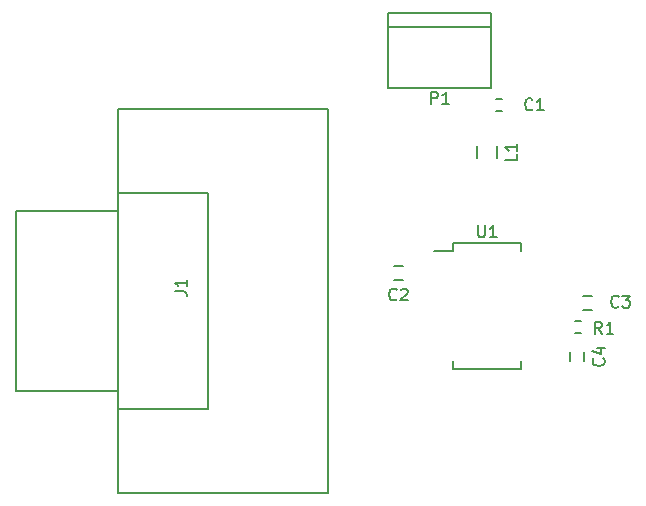
<source format=gto>
G04 #@! TF.FileFunction,Legend,Top*
%FSLAX46Y46*%
G04 Gerber Fmt 4.6, Leading zero omitted, Abs format (unit mm)*
G04 Created by KiCad (PCBNEW 4.0.2-stable) date Wed 04 May 2016 02:46:17 PM EDT*
%MOMM*%
G01*
G04 APERTURE LIST*
%ADD10C,0.100000*%
%ADD11C,0.150000*%
G04 APERTURE END LIST*
D10*
D11*
X162250000Y-77525000D02*
X161750000Y-77525000D01*
X161750000Y-78475000D02*
X162250000Y-78475000D01*
X153850000Y-92800000D02*
X153150000Y-92800000D01*
X153150000Y-91600000D02*
X153850000Y-91600000D01*
X169850000Y-95400000D02*
X169150000Y-95400000D01*
X169150000Y-94200000D02*
X169850000Y-94200000D01*
X169200000Y-98950000D02*
X169200000Y-99650000D01*
X168000000Y-99650000D02*
X168000000Y-98950000D01*
X147556000Y-110859000D02*
X147556000Y-78347000D01*
X147556000Y-78347000D02*
X129776000Y-78347000D01*
X129776000Y-78347000D02*
X129776000Y-110859000D01*
X129776000Y-110859000D02*
X147556000Y-110859000D01*
X129776000Y-103747000D02*
X137396000Y-103747000D01*
X137396000Y-103747000D02*
X137396000Y-85459000D01*
X137396000Y-85459000D02*
X129776000Y-85459000D01*
X129776000Y-102223000D02*
X121140000Y-102223000D01*
X121140000Y-102223000D02*
X121140000Y-86983000D01*
X121140000Y-86983000D02*
X129776000Y-86983000D01*
X161850000Y-82500000D02*
X161850000Y-81500000D01*
X160150000Y-81500000D02*
X160150000Y-82500000D01*
X161350900Y-70182540D02*
X152650900Y-70182540D01*
X161350900Y-76587540D02*
X152650900Y-76587540D01*
X152650900Y-76587540D02*
X152650900Y-70182540D01*
X152650900Y-71412540D02*
X161350900Y-71412540D01*
X161350900Y-70182540D02*
X161350900Y-76587540D01*
X168950000Y-96275000D02*
X168450000Y-96275000D01*
X168450000Y-97325000D02*
X168950000Y-97325000D01*
X158125000Y-89675000D02*
X158125000Y-90325000D01*
X163875000Y-89675000D02*
X163875000Y-90325000D01*
X163875000Y-100325000D02*
X163875000Y-99675000D01*
X158125000Y-100325000D02*
X158125000Y-99675000D01*
X158125000Y-89675000D02*
X163875000Y-89675000D01*
X158125000Y-100325000D02*
X163875000Y-100325000D01*
X158125000Y-90325000D02*
X156525000Y-90325000D01*
X164833334Y-78357143D02*
X164785715Y-78404762D01*
X164642858Y-78452381D01*
X164547620Y-78452381D01*
X164404762Y-78404762D01*
X164309524Y-78309524D01*
X164261905Y-78214286D01*
X164214286Y-78023810D01*
X164214286Y-77880952D01*
X164261905Y-77690476D01*
X164309524Y-77595238D01*
X164404762Y-77500000D01*
X164547620Y-77452381D01*
X164642858Y-77452381D01*
X164785715Y-77500000D01*
X164833334Y-77547619D01*
X165785715Y-78452381D02*
X165214286Y-78452381D01*
X165500000Y-78452381D02*
X165500000Y-77452381D01*
X165404762Y-77595238D01*
X165309524Y-77690476D01*
X165214286Y-77738095D01*
X153333334Y-94457143D02*
X153285715Y-94504762D01*
X153142858Y-94552381D01*
X153047620Y-94552381D01*
X152904762Y-94504762D01*
X152809524Y-94409524D01*
X152761905Y-94314286D01*
X152714286Y-94123810D01*
X152714286Y-93980952D01*
X152761905Y-93790476D01*
X152809524Y-93695238D01*
X152904762Y-93600000D01*
X153047620Y-93552381D01*
X153142858Y-93552381D01*
X153285715Y-93600000D01*
X153333334Y-93647619D01*
X153714286Y-93647619D02*
X153761905Y-93600000D01*
X153857143Y-93552381D01*
X154095239Y-93552381D01*
X154190477Y-93600000D01*
X154238096Y-93647619D01*
X154285715Y-93742857D01*
X154285715Y-93838095D01*
X154238096Y-93980952D01*
X153666667Y-94552381D01*
X154285715Y-94552381D01*
X172133334Y-95057143D02*
X172085715Y-95104762D01*
X171942858Y-95152381D01*
X171847620Y-95152381D01*
X171704762Y-95104762D01*
X171609524Y-95009524D01*
X171561905Y-94914286D01*
X171514286Y-94723810D01*
X171514286Y-94580952D01*
X171561905Y-94390476D01*
X171609524Y-94295238D01*
X171704762Y-94200000D01*
X171847620Y-94152381D01*
X171942858Y-94152381D01*
X172085715Y-94200000D01*
X172133334Y-94247619D01*
X172466667Y-94152381D02*
X173085715Y-94152381D01*
X172752381Y-94533333D01*
X172895239Y-94533333D01*
X172990477Y-94580952D01*
X173038096Y-94628571D01*
X173085715Y-94723810D01*
X173085715Y-94961905D01*
X173038096Y-95057143D01*
X172990477Y-95104762D01*
X172895239Y-95152381D01*
X172609524Y-95152381D01*
X172514286Y-95104762D01*
X172466667Y-95057143D01*
X170857143Y-99466666D02*
X170904762Y-99514285D01*
X170952381Y-99657142D01*
X170952381Y-99752380D01*
X170904762Y-99895238D01*
X170809524Y-99990476D01*
X170714286Y-100038095D01*
X170523810Y-100085714D01*
X170380952Y-100085714D01*
X170190476Y-100038095D01*
X170095238Y-99990476D01*
X170000000Y-99895238D01*
X169952381Y-99752380D01*
X169952381Y-99657142D01*
X170000000Y-99514285D01*
X170047619Y-99466666D01*
X170285714Y-98609523D02*
X170952381Y-98609523D01*
X169904762Y-98847619D02*
X170619048Y-99085714D01*
X170619048Y-98466666D01*
X134562381Y-93793333D02*
X135276667Y-93793333D01*
X135419524Y-93840953D01*
X135514762Y-93936191D01*
X135562381Y-94079048D01*
X135562381Y-94174286D01*
X135562381Y-92793333D02*
X135562381Y-93364762D01*
X135562381Y-93079048D02*
X134562381Y-93079048D01*
X134705238Y-93174286D01*
X134800476Y-93269524D01*
X134848095Y-93364762D01*
X163552381Y-82166666D02*
X163552381Y-82642857D01*
X162552381Y-82642857D01*
X163552381Y-81309523D02*
X163552381Y-81880952D01*
X163552381Y-81595238D02*
X162552381Y-81595238D01*
X162695238Y-81690476D01*
X162790476Y-81785714D01*
X162838095Y-81880952D01*
X156261905Y-77902381D02*
X156261905Y-76902381D01*
X156642858Y-76902381D01*
X156738096Y-76950000D01*
X156785715Y-76997619D01*
X156833334Y-77092857D01*
X156833334Y-77235714D01*
X156785715Y-77330952D01*
X156738096Y-77378571D01*
X156642858Y-77426190D01*
X156261905Y-77426190D01*
X157785715Y-77902381D02*
X157214286Y-77902381D01*
X157500000Y-77902381D02*
X157500000Y-76902381D01*
X157404762Y-77045238D01*
X157309524Y-77140476D01*
X157214286Y-77188095D01*
X170733334Y-97352381D02*
X170400000Y-96876190D01*
X170161905Y-97352381D02*
X170161905Y-96352381D01*
X170542858Y-96352381D01*
X170638096Y-96400000D01*
X170685715Y-96447619D01*
X170733334Y-96542857D01*
X170733334Y-96685714D01*
X170685715Y-96780952D01*
X170638096Y-96828571D01*
X170542858Y-96876190D01*
X170161905Y-96876190D01*
X171685715Y-97352381D02*
X171114286Y-97352381D01*
X171400000Y-97352381D02*
X171400000Y-96352381D01*
X171304762Y-96495238D01*
X171209524Y-96590476D01*
X171114286Y-96638095D01*
X160238095Y-88202381D02*
X160238095Y-89011905D01*
X160285714Y-89107143D01*
X160333333Y-89154762D01*
X160428571Y-89202381D01*
X160619048Y-89202381D01*
X160714286Y-89154762D01*
X160761905Y-89107143D01*
X160809524Y-89011905D01*
X160809524Y-88202381D01*
X161809524Y-89202381D02*
X161238095Y-89202381D01*
X161523809Y-89202381D02*
X161523809Y-88202381D01*
X161428571Y-88345238D01*
X161333333Y-88440476D01*
X161238095Y-88488095D01*
M02*

</source>
